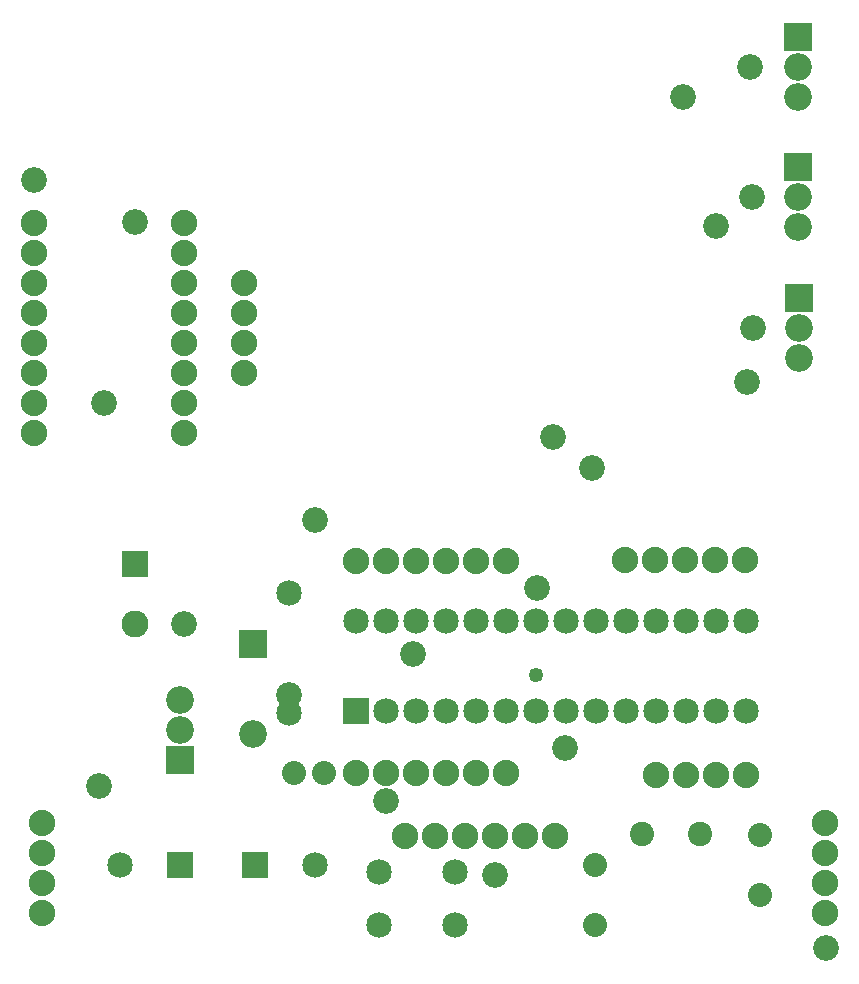
<source format=gbs>
G04 MADE WITH FRITZING*
G04 WWW.FRITZING.ORG*
G04 DOUBLE SIDED*
G04 HOLES PLATED*
G04 CONTOUR ON CENTER OF CONTOUR VECTOR*
%ASAXBY*%
%FSLAX23Y23*%
%MOIN*%
%OFA0B0*%
%SFA1.0B1.0*%
%ADD10C,0.092000*%
%ADD11C,0.085433*%
%ADD12C,0.049370*%
%ADD13C,0.085000*%
%ADD14C,0.080925*%
%ADD15C,0.080866*%
%ADD16C,0.080000*%
%ADD17C,0.090000*%
%ADD18C,0.088000*%
%ADD19R,0.092000X0.092000*%
%ADD20R,0.085000X0.085000*%
%ADD21R,0.090000X0.090000*%
%LNMASK0*%
G90*
G70*
G54D10*
X2718Y3102D03*
X2718Y3002D03*
X2718Y2902D03*
X2722Y2232D03*
X2722Y2132D03*
X2722Y2032D03*
X2718Y2667D03*
X2718Y2567D03*
X2718Y2467D03*
G54D11*
X171Y2624D03*
X2031Y1665D03*
X1900Y1767D03*
X2567Y2130D03*
X2563Y2569D03*
X2557Y3001D03*
X507Y2484D03*
X404Y1882D03*
X2333Y2902D03*
X2444Y2472D03*
X2548Y1950D03*
X1107Y1491D03*
X1707Y306D03*
X2811Y65D03*
G54D12*
X1844Y974D03*
G54D13*
X657Y340D03*
X457Y340D03*
X907Y340D03*
X1107Y340D03*
X1321Y319D03*
X1576Y319D03*
X1321Y142D03*
X1576Y142D03*
G54D10*
X900Y1077D03*
X900Y779D03*
X900Y1077D03*
X900Y779D03*
X657Y690D03*
X657Y790D03*
X657Y890D03*
G54D13*
X1020Y1248D03*
X1020Y848D03*
G54D14*
X2390Y443D03*
G54D15*
X2197Y443D03*
G54D16*
X2592Y441D03*
X2592Y241D03*
X1138Y649D03*
X1038Y649D03*
X2041Y142D03*
X2041Y342D03*
G54D17*
X508Y1343D03*
X508Y1143D03*
G54D11*
X672Y1144D03*
X1942Y730D03*
X1345Y555D03*
X1847Y1263D03*
X1433Y1043D03*
G54D18*
X170Y2082D03*
X170Y1982D03*
X170Y1882D03*
X170Y1782D03*
X170Y2482D03*
X170Y2382D03*
X170Y2282D03*
X170Y2182D03*
X672Y2482D03*
X672Y2382D03*
X672Y2282D03*
X672Y2182D03*
X872Y2282D03*
X872Y2182D03*
X872Y2082D03*
X872Y1982D03*
X672Y2082D03*
X672Y1982D03*
X672Y1882D03*
X672Y1782D03*
G54D13*
X1244Y855D03*
X1244Y1155D03*
X1344Y855D03*
X1344Y1155D03*
X1444Y855D03*
X1444Y1155D03*
X1544Y855D03*
X1544Y1155D03*
X1644Y855D03*
X1644Y1155D03*
X1744Y855D03*
X1744Y1155D03*
X1844Y855D03*
X1844Y1155D03*
X1944Y855D03*
X1944Y1155D03*
X2044Y855D03*
X2044Y1155D03*
X2144Y855D03*
X2144Y1155D03*
X2244Y855D03*
X2244Y1155D03*
X2344Y855D03*
X2344Y1155D03*
X2444Y855D03*
X2444Y1155D03*
X2544Y855D03*
X2544Y1155D03*
G54D18*
X1408Y437D03*
X1508Y437D03*
X1608Y437D03*
X1708Y437D03*
X1808Y437D03*
X1908Y437D03*
X1244Y1353D03*
X1344Y1353D03*
X1444Y1353D03*
X1544Y1353D03*
X1644Y1353D03*
X1744Y1353D03*
X2142Y1358D03*
X2242Y1358D03*
X2342Y1358D03*
X2442Y1358D03*
X2542Y1358D03*
X199Y482D03*
X199Y382D03*
X199Y282D03*
X199Y182D03*
X2807Y482D03*
X2807Y382D03*
X2807Y282D03*
X2807Y182D03*
X2243Y641D03*
X2343Y641D03*
X2443Y641D03*
X2543Y641D03*
X1244Y647D03*
X1344Y647D03*
X1444Y647D03*
X1544Y647D03*
X1644Y647D03*
X1744Y647D03*
G54D11*
X388Y604D03*
X1022Y907D03*
G54D19*
X2718Y3102D03*
X2722Y2232D03*
X2718Y2667D03*
G54D20*
X657Y340D03*
X907Y340D03*
G54D19*
X900Y1078D03*
X900Y1078D03*
X657Y690D03*
G54D21*
X508Y1343D03*
G54D20*
X1244Y855D03*
G04 End of Mask0*
M02*
</source>
